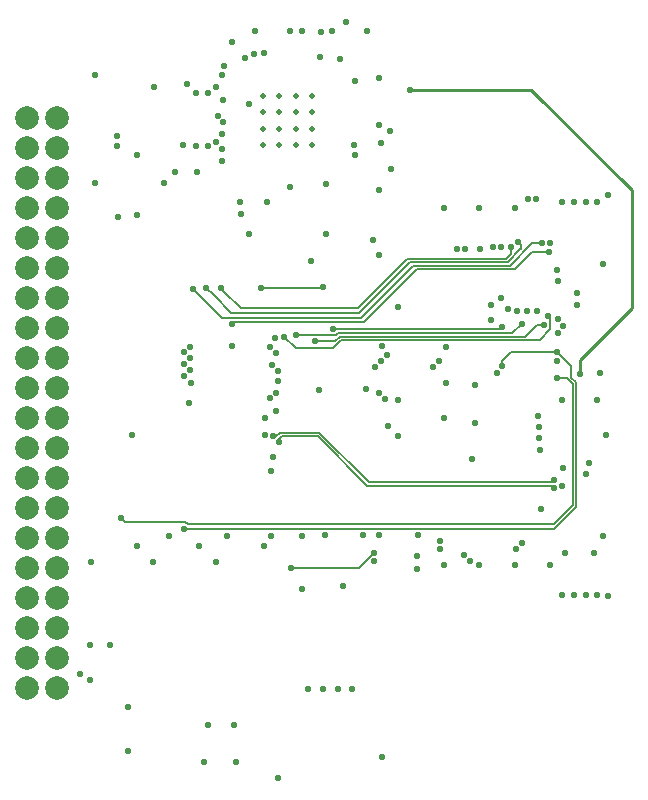
<source format=gbr>
G04 #@! TF.GenerationSoftware,KiCad,Pcbnew,5.0.2+dfsg1-1~bpo9+1*
G04 #@! TF.CreationDate,2019-10-23T09:45:10+02:00*
G04 #@! TF.ProjectId,zglue-demo-board,7a676c75-652d-4646-956d-6f2d626f6172,rev?*
G04 #@! TF.SameCoordinates,Original*
G04 #@! TF.FileFunction,Copper,L4,Inr*
G04 #@! TF.FilePolarity,Positive*
%FSLAX46Y46*%
G04 Gerber Fmt 4.6, Leading zero omitted, Abs format (unit mm)*
G04 Created by KiCad (PCBNEW 5.0.2+dfsg1-1~bpo9+1) date Wed 23 Oct 2019 09:45:10 AM CEST*
%MOMM*%
%LPD*%
G01*
G04 APERTURE LIST*
G04 #@! TA.AperFunction,ViaPad*
%ADD10C,0.500000*%
G04 #@! TD*
G04 #@! TA.AperFunction,ViaPad*
%ADD11C,2.000000*%
G04 #@! TD*
G04 #@! TA.AperFunction,ViaPad*
%ADD12C,0.550000*%
G04 #@! TD*
G04 #@! TA.AperFunction,Conductor*
%ADD13C,0.250000*%
G04 #@! TD*
G04 #@! TA.AperFunction,Conductor*
%ADD14C,0.200000*%
G04 #@! TD*
G04 #@! TA.AperFunction,Conductor*
%ADD15C,0.150000*%
G04 #@! TD*
G04 APERTURE END LIST*
D10*
G04 #@! TO.N,GND*
G04 #@! TO.C,U6*
X26350000Y-11200000D03*
X24950000Y-11200000D03*
X23550000Y-11200000D03*
X22150000Y-11200000D03*
X26350000Y-9800000D03*
X24950000Y-9800000D03*
X23550000Y-9800000D03*
X22150000Y-9800000D03*
X26350000Y-8400000D03*
X24950000Y-8400000D03*
X23550000Y-8400000D03*
X22150000Y-8400000D03*
X26350000Y-7000000D03*
X24950000Y-7000000D03*
X23550000Y-7000000D03*
X22150000Y-7000000D03*
G04 #@! TD*
D11*
G04 #@! TO.N,Net-(J4-Pad40)*
G04 #@! TO.C,J4*
X2230000Y-8870000D03*
G04 #@! TO.N,GND*
X4770000Y-8870000D03*
G04 #@! TO.N,Net-(J4-Pad38)*
X2230000Y-11410000D03*
G04 #@! TO.N,Net-(J4-Pad37)*
X4770000Y-11410000D03*
G04 #@! TO.N,Net-(J4-Pad36)*
X2230000Y-13950000D03*
G04 #@! TO.N,Net-(J4-Pad35)*
X4770000Y-13950000D03*
G04 #@! TO.N,GND*
X2230000Y-16490000D03*
G04 #@! TO.N,Net-(J4-Pad33)*
X4770000Y-16490000D03*
G04 #@! TO.N,Net-(J4-Pad32)*
X2230000Y-19030000D03*
G04 #@! TO.N,Net-(J4-Pad31)*
X4770000Y-19030000D03*
G04 #@! TO.N,GND*
X2230000Y-21570000D03*
G04 #@! TO.N,Net-(J4-Pad29)*
X4770000Y-21570000D03*
G04 #@! TO.N,Net-(J4-Pad28)*
X2230000Y-24110000D03*
G04 #@! TO.N,Net-(J4-Pad27)*
X4770000Y-24110000D03*
G04 #@! TO.N,Net-(J4-Pad26)*
X2230000Y-26650000D03*
G04 #@! TO.N,GND*
X4770000Y-26650000D03*
G04 #@! TO.N,Net-(J4-Pad24)*
X2230000Y-29190000D03*
G04 #@! TO.N,Net-(J4-Pad23)*
X4770000Y-29190000D03*
G04 #@! TO.N,Net-(J4-Pad22)*
X2230000Y-31730000D03*
G04 #@! TO.N,Net-(J4-Pad21)*
X4770000Y-31730000D03*
G04 #@! TO.N,GND*
X2230000Y-34270000D03*
G04 #@! TO.N,Net-(J4-Pad19)*
X4770000Y-34270000D03*
G04 #@! TO.N,Net-(J4-Pad18)*
X2230000Y-36810000D03*
G04 #@! TO.N,Net-(J4-Pad1)*
X4770000Y-36810000D03*
G04 #@! TO.N,Net-(J4-Pad16)*
X2230000Y-39350000D03*
G04 #@! TO.N,Net-(J4-Pad15)*
X4770000Y-39350000D03*
G04 #@! TO.N,GND*
X2230000Y-41890000D03*
G04 #@! TO.N,Net-(J4-Pad13)*
X4770000Y-41890000D03*
G04 #@! TO.N,Net-(J4-Pad12)*
X2230000Y-44430000D03*
G04 #@! TO.N,Net-(J4-Pad11)*
X4770000Y-44430000D03*
G04 #@! TO.N,Net-(J4-Pad10)*
X2230000Y-46970000D03*
G04 #@! TO.N,GND*
X4770000Y-46970000D03*
G04 #@! TO.N,Net-(J4-Pad8)*
X2230000Y-49510000D03*
G04 #@! TO.N,Net-(J4-Pad7)*
X4770000Y-49510000D03*
G04 #@! TO.N,GND*
X2230000Y-52050000D03*
G04 #@! TO.N,Net-(J4-Pad5)*
X4770000Y-52050000D03*
G04 #@! TO.N,/5V0_IN*
X2230000Y-54590000D03*
G04 #@! TO.N,Net-(J4-Pad3)*
X4770000Y-54590000D03*
G04 #@! TO.N,/5V0_IN*
X2230000Y-57130000D03*
G04 #@! TO.N,Net-(J4-Pad1)*
X4770000Y-57130000D03*
G04 #@! TD*
D12*
G04 #@! TO.N,/CSI_CLK_IN_N*
X43641351Y-45388649D03*
X23278649Y-28798649D03*
G04 #@! TO.N,GND*
X24500000Y-14750000D03*
X18750000Y-12500000D03*
X18750000Y-11500000D03*
X16500000Y-6750000D03*
X17500000Y-6750000D03*
X18750000Y-5250000D03*
X18750000Y-10250000D03*
X18835883Y-7335883D03*
X8000000Y-5250000D03*
X21000000Y-18750000D03*
X32000000Y-9500000D03*
X33000000Y-13250000D03*
X30000000Y-12000000D03*
X31000000Y-1500000D03*
X29250000Y-750000D03*
X28000000Y-1500000D03*
X25500000Y-1500000D03*
X21500000Y-1500000D03*
X27000000Y-3750000D03*
X30000000Y-5750000D03*
X32000000Y-5500000D03*
X32250000Y-63000000D03*
X23500000Y-64750000D03*
X7500000Y-53500000D03*
X9250000Y-53500000D03*
X25500000Y-44250000D03*
X25500000Y-48750000D03*
X46500000Y-46750000D03*
X43500000Y-46750000D03*
X40500000Y-46750000D03*
X37500000Y-46750000D03*
X16500000Y-11250000D03*
X17500000Y-11250000D03*
X13000000Y-6250000D03*
X51250000Y-35750000D03*
X51000000Y-44250000D03*
X49750000Y-38100000D03*
X49500000Y-39000000D03*
X51000000Y-21250000D03*
X50750000Y-30500000D03*
X48750000Y-23750000D03*
X48750000Y-24750000D03*
X10750000Y-58750000D03*
X10750000Y-62500000D03*
X37500000Y-16500000D03*
X40500000Y-16500000D03*
X43500000Y-16500000D03*
X41500000Y-24750000D03*
X41500000Y-26000000D03*
X42000000Y-30500000D03*
X16100000Y-31300000D03*
X15900000Y-33000000D03*
X23200000Y-27500000D03*
X19600000Y-28200000D03*
X23500000Y-31200000D03*
X23300000Y-33700000D03*
X22400000Y-34300000D03*
X22400000Y-35700000D03*
X32300000Y-28200000D03*
X32700000Y-29000000D03*
X30900000Y-31800000D03*
X33600000Y-32800000D03*
X32800000Y-35000000D03*
X33600000Y-35800000D03*
X39900000Y-37800000D03*
X40100000Y-34700000D03*
X40100000Y-31500000D03*
X40600000Y-20000000D03*
X47200000Y-22700000D03*
X47100000Y-29500000D03*
X47490000Y-40037510D03*
X13800000Y-14400000D03*
X9900000Y-17300000D03*
X31600000Y-46375013D03*
X47558420Y-26534458D03*
X46500000Y-19500000D03*
X15739117Y-5989117D03*
G04 #@! TO.N,/CSI_D2_IN_P*
X37190000Y-44672500D03*
X23248649Y-32161351D03*
G04 #@! TO.N,/CSI_D2_IN_N*
X37190000Y-45347500D03*
X22771351Y-32638649D03*
G04 #@! TO.N,/CSI_D1_IN_P*
X39708649Y-46388649D03*
X22961351Y-29831351D03*
G04 #@! TO.N,/CSI_D1_IN_N*
X39231351Y-45911351D03*
X23438649Y-30308649D03*
G04 #@! TO.N,/CSI_CLK_IN_P*
X44118649Y-44911351D03*
X22801351Y-28321351D03*
G04 #@! TO.N,/CAM_GPIO*
X47500000Y-49250000D03*
X47500000Y-16000000D03*
G04 #@! TO.N,/CAM_CLK*
X48500000Y-49250000D03*
X48500000Y-16000000D03*
G04 #@! TO.N,/CAM_SCL*
X49500000Y-49250000D03*
X49500000Y-16000000D03*
G04 #@! TO.N,/CAM_SDA*
X50500000Y-49250000D03*
X50500000Y-16000000D03*
G04 #@! TO.N,/3V3_SYS*
X16800000Y-45100000D03*
X11500000Y-45100000D03*
X22300000Y-45100000D03*
X26900000Y-31900000D03*
X51400000Y-15400000D03*
X51400000Y-49400000D03*
X33600000Y-24900000D03*
G04 #@! TO.N,/CSI_CLK_OUT_P*
X37088649Y-29511351D03*
X45337500Y-15750000D03*
G04 #@! TO.N,/CSI_D1_OUT_N*
X31701351Y-29958649D03*
X38582500Y-19970000D03*
G04 #@! TO.N,/CSI_D1_OUT_P*
X32178649Y-29481351D03*
X39257500Y-19970000D03*
G04 #@! TO.N,/CSI_D2_OUT_N*
X32528649Y-32658649D03*
X41682500Y-19830000D03*
G04 #@! TO.N,/CSI_D2_OUT_P*
X32051351Y-32181351D03*
X42357500Y-19830000D03*
G04 #@! TO.N,/CSI_CLK_OUT_N*
X36611351Y-29988649D03*
X44662500Y-15750000D03*
G04 #@! TO.N,/PROG_USB_D_N*
X18354986Y-8755162D03*
X47197079Y-27104610D03*
G04 #@! TO.N,/PROG_USB_D_P*
X18839654Y-9224990D03*
X47200000Y-25900000D03*
G04 #@! TO.N,/5V0_DBG_USB*
X34600000Y-6500000D03*
X49000000Y-30600000D03*
G04 #@! TO.N,/USB_D_N*
X23538649Y-36338649D03*
X46800000Y-40237500D03*
G04 #@! TO.N,/USB_D_P*
X23061351Y-35861351D03*
X46800000Y-39562500D03*
G04 #@! TO.N,/E_PROC_SO_3V3*
X43800000Y-19400000D03*
X17400000Y-23300000D03*
G04 #@! TO.N,/E_PROC_SI_3V3*
X43200000Y-19800000D03*
X18600000Y-23300000D03*
G04 #@! TO.N,/E_PROC_SS_3V3*
X46400000Y-20200000D03*
X19600000Y-26300000D03*
G04 #@! TO.N,/E_PROC_SCK_3V3*
X45800000Y-19500000D03*
X16300000Y-23400000D03*
G04 #@! TO.N,/E_CTRL_SS_3V3*
X26250000Y-21000000D03*
X27500000Y-18750000D03*
X46000000Y-26400000D03*
X26600000Y-27800000D03*
G04 #@! TO.N,/E_CTRL_SO_3V3*
X44100000Y-26300000D03*
X25000000Y-27300000D03*
G04 #@! TO.N,/E_PROC_RST_3V3*
X27300000Y-23200000D03*
X22000000Y-23300000D03*
G04 #@! TO.N,/1V8_SYS*
X11100000Y-35700000D03*
X14200000Y-44300000D03*
X19100000Y-44300000D03*
X12900000Y-46500000D03*
X18200000Y-46500000D03*
X7625010Y-46502963D03*
G04 #@! TO.N,/E_CTRL_SI_3V3*
X42400000Y-26600000D03*
X28100000Y-26800000D03*
G04 #@! TO.N,/E_CTRL_SCK_3V3*
X46300000Y-25700000D03*
X24000000Y-27400000D03*
G04 #@! TO.N,Net-(R7-Pad1)*
X20700000Y-3800000D03*
X15400000Y-11200000D03*
G04 #@! TO.N,Net-(R6-Pad1)*
X11500000Y-12000000D03*
X14750000Y-13500000D03*
X21403749Y-3498126D03*
G04 #@! TO.N,Net-(R5-Pad2)*
X9800000Y-10400000D03*
X22300000Y-3400000D03*
G04 #@! TO.N,/VUSB*
X47750000Y-45750000D03*
X50250000Y-45750000D03*
X50500000Y-32750000D03*
X47500000Y-32750000D03*
X19750000Y-60250000D03*
X17500000Y-60250000D03*
X23000000Y-37600000D03*
X22900000Y-38800000D03*
G04 #@! TO.N,/5V0_IN*
X7500000Y-56500000D03*
X17200000Y-63400000D03*
X19900000Y-63400000D03*
X6680494Y-55961746D03*
G04 #@! TO.N,/VCCIO1*
X31600000Y-45700000D03*
X22900000Y-44300000D03*
X24600000Y-47000000D03*
G04 #@! TO.N,Net-(R25-Pad2)*
X29000000Y-48500000D03*
X32000000Y-44200000D03*
G04 #@! TO.N,Net-(R30-Pad2)*
X45484655Y-34095345D03*
X42950000Y-25080000D03*
G04 #@! TO.N,Net-(R31-Pad2)*
X45560000Y-35040000D03*
X43680000Y-25260000D03*
G04 #@! TO.N,Net-(R32-Pad2)*
X45560000Y-36010000D03*
X44500000Y-25260000D03*
G04 #@! TO.N,Net-(R33-Pad2)*
X45600000Y-37000000D03*
X45400000Y-25260000D03*
G04 #@! TO.N,/VCCIO3*
X42300000Y-24100000D03*
X47100000Y-21800000D03*
X10200000Y-42800000D03*
X47100000Y-30900000D03*
G04 #@! TO.N,/VCCIO2*
X42400000Y-29900000D03*
X47100000Y-28700000D03*
X15500000Y-43700000D03*
G04 #@! TO.N,Net-(R29-Pad2)*
X45700000Y-42000000D03*
X47600000Y-38500000D03*
G04 #@! TO.N,/TMS*
X16000000Y-29250000D03*
X26000000Y-57250000D03*
G04 #@! TO.N,/TCK*
X15500000Y-29750000D03*
X27250000Y-57250000D03*
G04 #@! TO.N,/TDO*
X15500000Y-28750000D03*
X28500000Y-57250000D03*
G04 #@! TO.N,/TDI*
X16000000Y-28250000D03*
X29750000Y-57250000D03*
G04 #@! TO.N,/DBG_RX*
X15500000Y-30750000D03*
X32000000Y-20500000D03*
G04 #@! TO.N,/DBG_TX*
X16000000Y-30250000D03*
X31500000Y-19250000D03*
G04 #@! TO.N,/E_PROC_RST*
X35200000Y-46000000D03*
X37700000Y-28300000D03*
G04 #@! TO.N,/CTRL_RST_FLASH_SOC_CS*
X35200000Y-47100000D03*
X37700000Y-31300000D03*
G04 #@! TO.N,/DONE*
X35275010Y-44200000D03*
X37500000Y-34300000D03*
G04 #@! TO.N,/VCCIO*
X27500000Y-14500000D03*
X32000000Y-15000000D03*
X20300000Y-17000000D03*
X32900000Y-10000000D03*
X24500000Y-1500000D03*
G04 #@! TO.N,Net-(R9-Pad2)*
X18250000Y-6250000D03*
X21000000Y-7750000D03*
G04 #@! TO.N,Net-(R14-Pad1)*
X20250000Y-16000000D03*
X22500000Y-16000000D03*
G04 #@! TO.N,/3V3_FTDI*
X8000000Y-14400000D03*
X11500000Y-17100000D03*
X9800000Y-11300000D03*
X16600000Y-13500000D03*
X32200000Y-11000000D03*
G04 #@! TO.N,/1V8_FTDI*
X28700000Y-3900000D03*
X27100000Y-1600000D03*
X19600000Y-2500000D03*
X29900000Y-11200000D03*
X18200000Y-10900000D03*
X18900000Y-4500000D03*
G04 #@! TO.N,/CTRL_RST_FLASH_SOC_CS_3V3*
X27400000Y-44200000D03*
X30669474Y-44175010D03*
G04 #@! TD*
D13*
G04 #@! TO.N,/5V0_DBG_USB*
X34600000Y-6500000D02*
X44900000Y-6500000D01*
X44900000Y-6500000D02*
X53400000Y-15000000D01*
X53400000Y-15000000D02*
X53400000Y-25000000D01*
X53400000Y-25000000D02*
X49000000Y-29400000D01*
X49000000Y-29400000D02*
X49000000Y-30600000D01*
D14*
G04 #@! TO.N,/USB_D_N*
X23538649Y-36091161D02*
X23767310Y-35862500D01*
X23538649Y-36338649D02*
X23538649Y-36091161D01*
X23767310Y-35862500D02*
X26832690Y-35862500D01*
X26832690Y-35862500D02*
X31032690Y-40062500D01*
X46625000Y-40062500D02*
X46800000Y-40237500D01*
X31032690Y-40062500D02*
X46625000Y-40062500D01*
G04 #@! TO.N,/USB_D_P*
X23632690Y-35537500D02*
X26967310Y-35537500D01*
X31167310Y-39737500D02*
X46625000Y-39737500D01*
X23308839Y-35861351D02*
X23632690Y-35537500D01*
X26967310Y-35537500D02*
X31167310Y-39737500D01*
X23061351Y-35861351D02*
X23308839Y-35861351D01*
X46625000Y-39737500D02*
X46800000Y-39562500D01*
D15*
G04 #@! TO.N,/E_PROC_SO_3V3*
X30300000Y-25400000D02*
X19500000Y-25400000D01*
X19500000Y-25400000D02*
X18000000Y-23900000D01*
X34600000Y-21100000D02*
X30300000Y-25400000D01*
X18000000Y-23900000D02*
X17400000Y-23300000D01*
X43800000Y-19400000D02*
X44000000Y-19600000D01*
X43974999Y-20025001D02*
X42900000Y-21100000D01*
X42900000Y-21100000D02*
X34600000Y-21100000D01*
X44000000Y-19600000D02*
X44000000Y-20025001D01*
X44000000Y-20025001D02*
X43974999Y-20025001D01*
G04 #@! TO.N,/E_PROC_SI_3V3*
X18900000Y-23600000D02*
X18600000Y-23300000D01*
X20300000Y-25000000D02*
X18900000Y-23600000D01*
X43200000Y-19800000D02*
X43200000Y-20400000D01*
X30200000Y-25000000D02*
X20300000Y-25000000D01*
X34400000Y-20800000D02*
X30200000Y-25000000D01*
X43200000Y-20400000D02*
X42800000Y-20800000D01*
X42800000Y-20800000D02*
X34400000Y-20800000D01*
G04 #@! TO.N,/E_PROC_SS_3V3*
X46400000Y-20200000D02*
X46011092Y-20200000D01*
X46011092Y-20200000D02*
X45000000Y-20200000D01*
X45000000Y-20200000D02*
X43500000Y-21700000D01*
X43500000Y-21700000D02*
X42200000Y-21700000D01*
X42200000Y-21700000D02*
X35200000Y-21700000D01*
X35200000Y-21700000D02*
X33800000Y-23100000D01*
X33800000Y-23100000D02*
X30700000Y-26200000D01*
X19700000Y-26200000D02*
X19600000Y-26300000D01*
X30700000Y-26200000D02*
X19700000Y-26200000D01*
G04 #@! TO.N,/E_PROC_SCK_3V3*
X16600000Y-23700000D02*
X16300000Y-23400000D01*
X30500000Y-25800000D02*
X18700000Y-25800000D01*
X18700000Y-25800000D02*
X16600000Y-23700000D01*
X45800000Y-19500000D02*
X45000000Y-19500000D01*
X34900000Y-21400000D02*
X30500000Y-25800000D01*
X45000000Y-19500000D02*
X43100000Y-21400000D01*
X43100000Y-21400000D02*
X34900000Y-21400000D01*
G04 #@! TO.N,/E_CTRL_SS_3V3*
X45400000Y-26400000D02*
X44400000Y-27400000D01*
X46000000Y-26400000D02*
X45400000Y-26400000D01*
X29600000Y-27400000D02*
X28700000Y-27400000D01*
X44400000Y-27400000D02*
X29600000Y-27400000D01*
X29600000Y-27400000D02*
X29500000Y-27400000D01*
X28300000Y-27800000D02*
X26600000Y-27800000D01*
X28700000Y-27400000D02*
X28300000Y-27800000D01*
G04 #@! TO.N,/E_CTRL_SO_3V3*
X44100000Y-26300000D02*
X43275011Y-27124989D01*
X43275011Y-27124989D02*
X29386086Y-27124990D01*
X29386086Y-27124990D02*
X28575010Y-27124990D01*
X28575010Y-27124990D02*
X28400000Y-27300000D01*
X28400000Y-27300000D02*
X25000000Y-27300000D01*
G04 #@! TO.N,/E_PROC_RST_3V3*
X27200000Y-23300000D02*
X27300000Y-23200000D01*
X22000000Y-23300000D02*
X27200000Y-23300000D01*
G04 #@! TO.N,/E_CTRL_SI_3V3*
X42400000Y-26600000D02*
X42200000Y-26800000D01*
X29600000Y-26800000D02*
X28900000Y-26800000D01*
X42200000Y-26800000D02*
X29600000Y-26800000D01*
X29600000Y-26800000D02*
X29500000Y-26800000D01*
X28900000Y-26800000D02*
X28100000Y-26800000D01*
G04 #@! TO.N,/E_CTRL_SCK_3V3*
X28100000Y-28400000D02*
X25000000Y-28400000D01*
X25000000Y-28400000D02*
X24000000Y-27400000D01*
X46300000Y-25700000D02*
X46500000Y-25900000D01*
X46500000Y-25900000D02*
X46500000Y-26800000D01*
X46500000Y-26800000D02*
X45600000Y-27700000D01*
X28800000Y-27700000D02*
X28100000Y-28400000D01*
X45600000Y-27700000D02*
X28800000Y-27700000D01*
G04 #@! TO.N,/VCCIO1*
X30300000Y-47000000D02*
X31600000Y-45700000D01*
X24600000Y-47000000D02*
X30300000Y-47000000D01*
G04 #@! TO.N,/VCCIO3*
X10474999Y-43074999D02*
X15574999Y-43074999D01*
X10200000Y-42800000D02*
X10474999Y-43074999D01*
X15574999Y-43074999D02*
X15800000Y-43300000D01*
X15800000Y-43300000D02*
X46800000Y-43300000D01*
X46800000Y-43300000D02*
X48400000Y-41700000D01*
X48400000Y-41700000D02*
X48400000Y-31400000D01*
X48400000Y-31400000D02*
X47900000Y-30900000D01*
X47900000Y-30900000D02*
X47100000Y-30900000D01*
G04 #@! TO.N,/VCCIO2*
X42400000Y-29900000D02*
X42400000Y-29500000D01*
X42400000Y-29500000D02*
X43200000Y-28700000D01*
X43200000Y-28700000D02*
X47100000Y-28700000D01*
X15500000Y-43700000D02*
X46788924Y-43700000D01*
X46788924Y-43700000D02*
X48675011Y-41813913D01*
X48675011Y-41813913D02*
X48675010Y-31286086D01*
X47374999Y-28974999D02*
X47100000Y-28700000D01*
X48300000Y-29900000D02*
X47374999Y-28974999D01*
X48300000Y-30911076D02*
X48300000Y-29900000D01*
X48675010Y-31286086D02*
X48300000Y-30911076D01*
G04 #@! TD*
M02*

</source>
